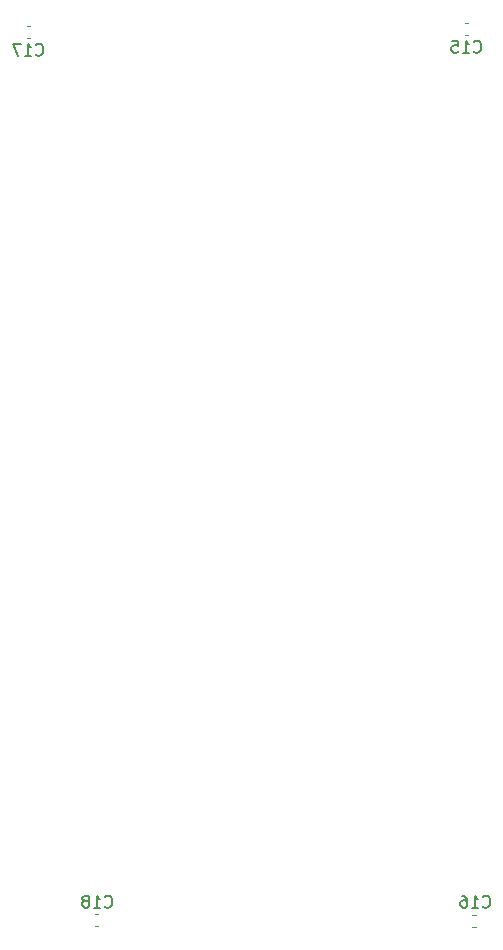
<source format=gbr>
%TF.GenerationSoftware,KiCad,Pcbnew,7.0.5*%
%TF.CreationDate,2023-10-05T13:57:49+07:00*%
%TF.ProjectId,Driver_motor,44726976-6572-45f6-9d6f-746f722e6b69,rev?*%
%TF.SameCoordinates,Original*%
%TF.FileFunction,Legend,Bot*%
%TF.FilePolarity,Positive*%
%FSLAX46Y46*%
G04 Gerber Fmt 4.6, Leading zero omitted, Abs format (unit mm)*
G04 Created by KiCad (PCBNEW 7.0.5) date 2023-10-05 13:57:49*
%MOMM*%
%LPD*%
G01*
G04 APERTURE LIST*
%ADD10C,0.150000*%
%ADD11C,0.120000*%
G04 APERTURE END LIST*
D10*
%TO.C,C15*%
X128404857Y-50651580D02*
X128452476Y-50699200D01*
X128452476Y-50699200D02*
X128595333Y-50746819D01*
X128595333Y-50746819D02*
X128690571Y-50746819D01*
X128690571Y-50746819D02*
X128833428Y-50699200D01*
X128833428Y-50699200D02*
X128928666Y-50603961D01*
X128928666Y-50603961D02*
X128976285Y-50508723D01*
X128976285Y-50508723D02*
X129023904Y-50318247D01*
X129023904Y-50318247D02*
X129023904Y-50175390D01*
X129023904Y-50175390D02*
X128976285Y-49984914D01*
X128976285Y-49984914D02*
X128928666Y-49889676D01*
X128928666Y-49889676D02*
X128833428Y-49794438D01*
X128833428Y-49794438D02*
X128690571Y-49746819D01*
X128690571Y-49746819D02*
X128595333Y-49746819D01*
X128595333Y-49746819D02*
X128452476Y-49794438D01*
X128452476Y-49794438D02*
X128404857Y-49842057D01*
X127452476Y-50746819D02*
X128023904Y-50746819D01*
X127738190Y-50746819D02*
X127738190Y-49746819D01*
X127738190Y-49746819D02*
X127833428Y-49889676D01*
X127833428Y-49889676D02*
X127928666Y-49984914D01*
X127928666Y-49984914D02*
X128023904Y-50032533D01*
X126547714Y-49746819D02*
X127023904Y-49746819D01*
X127023904Y-49746819D02*
X127071523Y-50223009D01*
X127071523Y-50223009D02*
X127023904Y-50175390D01*
X127023904Y-50175390D02*
X126928666Y-50127771D01*
X126928666Y-50127771D02*
X126690571Y-50127771D01*
X126690571Y-50127771D02*
X126595333Y-50175390D01*
X126595333Y-50175390D02*
X126547714Y-50223009D01*
X126547714Y-50223009D02*
X126500095Y-50318247D01*
X126500095Y-50318247D02*
X126500095Y-50556342D01*
X126500095Y-50556342D02*
X126547714Y-50651580D01*
X126547714Y-50651580D02*
X126595333Y-50699200D01*
X126595333Y-50699200D02*
X126690571Y-50746819D01*
X126690571Y-50746819D02*
X126928666Y-50746819D01*
X126928666Y-50746819D02*
X127023904Y-50699200D01*
X127023904Y-50699200D02*
X127071523Y-50651580D01*
%TO.C,C16*%
X129166857Y-123041580D02*
X129214476Y-123089200D01*
X129214476Y-123089200D02*
X129357333Y-123136819D01*
X129357333Y-123136819D02*
X129452571Y-123136819D01*
X129452571Y-123136819D02*
X129595428Y-123089200D01*
X129595428Y-123089200D02*
X129690666Y-122993961D01*
X129690666Y-122993961D02*
X129738285Y-122898723D01*
X129738285Y-122898723D02*
X129785904Y-122708247D01*
X129785904Y-122708247D02*
X129785904Y-122565390D01*
X129785904Y-122565390D02*
X129738285Y-122374914D01*
X129738285Y-122374914D02*
X129690666Y-122279676D01*
X129690666Y-122279676D02*
X129595428Y-122184438D01*
X129595428Y-122184438D02*
X129452571Y-122136819D01*
X129452571Y-122136819D02*
X129357333Y-122136819D01*
X129357333Y-122136819D02*
X129214476Y-122184438D01*
X129214476Y-122184438D02*
X129166857Y-122232057D01*
X128214476Y-123136819D02*
X128785904Y-123136819D01*
X128500190Y-123136819D02*
X128500190Y-122136819D01*
X128500190Y-122136819D02*
X128595428Y-122279676D01*
X128595428Y-122279676D02*
X128690666Y-122374914D01*
X128690666Y-122374914D02*
X128785904Y-122422533D01*
X127357333Y-122136819D02*
X127547809Y-122136819D01*
X127547809Y-122136819D02*
X127643047Y-122184438D01*
X127643047Y-122184438D02*
X127690666Y-122232057D01*
X127690666Y-122232057D02*
X127785904Y-122374914D01*
X127785904Y-122374914D02*
X127833523Y-122565390D01*
X127833523Y-122565390D02*
X127833523Y-122946342D01*
X127833523Y-122946342D02*
X127785904Y-123041580D01*
X127785904Y-123041580D02*
X127738285Y-123089200D01*
X127738285Y-123089200D02*
X127643047Y-123136819D01*
X127643047Y-123136819D02*
X127452571Y-123136819D01*
X127452571Y-123136819D02*
X127357333Y-123089200D01*
X127357333Y-123089200D02*
X127309714Y-123041580D01*
X127309714Y-123041580D02*
X127262095Y-122946342D01*
X127262095Y-122946342D02*
X127262095Y-122708247D01*
X127262095Y-122708247D02*
X127309714Y-122613009D01*
X127309714Y-122613009D02*
X127357333Y-122565390D01*
X127357333Y-122565390D02*
X127452571Y-122517771D01*
X127452571Y-122517771D02*
X127643047Y-122517771D01*
X127643047Y-122517771D02*
X127738285Y-122565390D01*
X127738285Y-122565390D02*
X127785904Y-122613009D01*
X127785904Y-122613009D02*
X127833523Y-122708247D01*
%TO.C,C17*%
X91320857Y-50905580D02*
X91368476Y-50953200D01*
X91368476Y-50953200D02*
X91511333Y-51000819D01*
X91511333Y-51000819D02*
X91606571Y-51000819D01*
X91606571Y-51000819D02*
X91749428Y-50953200D01*
X91749428Y-50953200D02*
X91844666Y-50857961D01*
X91844666Y-50857961D02*
X91892285Y-50762723D01*
X91892285Y-50762723D02*
X91939904Y-50572247D01*
X91939904Y-50572247D02*
X91939904Y-50429390D01*
X91939904Y-50429390D02*
X91892285Y-50238914D01*
X91892285Y-50238914D02*
X91844666Y-50143676D01*
X91844666Y-50143676D02*
X91749428Y-50048438D01*
X91749428Y-50048438D02*
X91606571Y-50000819D01*
X91606571Y-50000819D02*
X91511333Y-50000819D01*
X91511333Y-50000819D02*
X91368476Y-50048438D01*
X91368476Y-50048438D02*
X91320857Y-50096057D01*
X90368476Y-51000819D02*
X90939904Y-51000819D01*
X90654190Y-51000819D02*
X90654190Y-50000819D01*
X90654190Y-50000819D02*
X90749428Y-50143676D01*
X90749428Y-50143676D02*
X90844666Y-50238914D01*
X90844666Y-50238914D02*
X90939904Y-50286533D01*
X90035142Y-50000819D02*
X89368476Y-50000819D01*
X89368476Y-50000819D02*
X89797047Y-51000819D01*
%TO.C,C18*%
X97162857Y-123041580D02*
X97210476Y-123089200D01*
X97210476Y-123089200D02*
X97353333Y-123136819D01*
X97353333Y-123136819D02*
X97448571Y-123136819D01*
X97448571Y-123136819D02*
X97591428Y-123089200D01*
X97591428Y-123089200D02*
X97686666Y-122993961D01*
X97686666Y-122993961D02*
X97734285Y-122898723D01*
X97734285Y-122898723D02*
X97781904Y-122708247D01*
X97781904Y-122708247D02*
X97781904Y-122565390D01*
X97781904Y-122565390D02*
X97734285Y-122374914D01*
X97734285Y-122374914D02*
X97686666Y-122279676D01*
X97686666Y-122279676D02*
X97591428Y-122184438D01*
X97591428Y-122184438D02*
X97448571Y-122136819D01*
X97448571Y-122136819D02*
X97353333Y-122136819D01*
X97353333Y-122136819D02*
X97210476Y-122184438D01*
X97210476Y-122184438D02*
X97162857Y-122232057D01*
X96210476Y-123136819D02*
X96781904Y-123136819D01*
X96496190Y-123136819D02*
X96496190Y-122136819D01*
X96496190Y-122136819D02*
X96591428Y-122279676D01*
X96591428Y-122279676D02*
X96686666Y-122374914D01*
X96686666Y-122374914D02*
X96781904Y-122422533D01*
X95639047Y-122565390D02*
X95734285Y-122517771D01*
X95734285Y-122517771D02*
X95781904Y-122470152D01*
X95781904Y-122470152D02*
X95829523Y-122374914D01*
X95829523Y-122374914D02*
X95829523Y-122327295D01*
X95829523Y-122327295D02*
X95781904Y-122232057D01*
X95781904Y-122232057D02*
X95734285Y-122184438D01*
X95734285Y-122184438D02*
X95639047Y-122136819D01*
X95639047Y-122136819D02*
X95448571Y-122136819D01*
X95448571Y-122136819D02*
X95353333Y-122184438D01*
X95353333Y-122184438D02*
X95305714Y-122232057D01*
X95305714Y-122232057D02*
X95258095Y-122327295D01*
X95258095Y-122327295D02*
X95258095Y-122374914D01*
X95258095Y-122374914D02*
X95305714Y-122470152D01*
X95305714Y-122470152D02*
X95353333Y-122517771D01*
X95353333Y-122517771D02*
X95448571Y-122565390D01*
X95448571Y-122565390D02*
X95639047Y-122565390D01*
X95639047Y-122565390D02*
X95734285Y-122613009D01*
X95734285Y-122613009D02*
X95781904Y-122660628D01*
X95781904Y-122660628D02*
X95829523Y-122755866D01*
X95829523Y-122755866D02*
X95829523Y-122946342D01*
X95829523Y-122946342D02*
X95781904Y-123041580D01*
X95781904Y-123041580D02*
X95734285Y-123089200D01*
X95734285Y-123089200D02*
X95639047Y-123136819D01*
X95639047Y-123136819D02*
X95448571Y-123136819D01*
X95448571Y-123136819D02*
X95353333Y-123089200D01*
X95353333Y-123089200D02*
X95305714Y-123041580D01*
X95305714Y-123041580D02*
X95258095Y-122946342D01*
X95258095Y-122946342D02*
X95258095Y-122755866D01*
X95258095Y-122755866D02*
X95305714Y-122660628D01*
X95305714Y-122660628D02*
X95353333Y-122613009D01*
X95353333Y-122613009D02*
X95448571Y-122565390D01*
D11*
%TO.C,C15*%
X127908267Y-49278000D02*
X127615733Y-49278000D01*
X127908267Y-48258000D02*
X127615733Y-48258000D01*
%TO.C,C16*%
X128277233Y-123732500D02*
X128569767Y-123732500D01*
X128277233Y-124752500D02*
X128569767Y-124752500D01*
%TO.C,C17*%
X90824267Y-49532000D02*
X90531733Y-49532000D01*
X90824267Y-48512000D02*
X90531733Y-48512000D01*
%TO.C,C18*%
X96295983Y-123704000D02*
X96588517Y-123704000D01*
X96295983Y-124724000D02*
X96588517Y-124724000D01*
%TD*%
M02*

</source>
